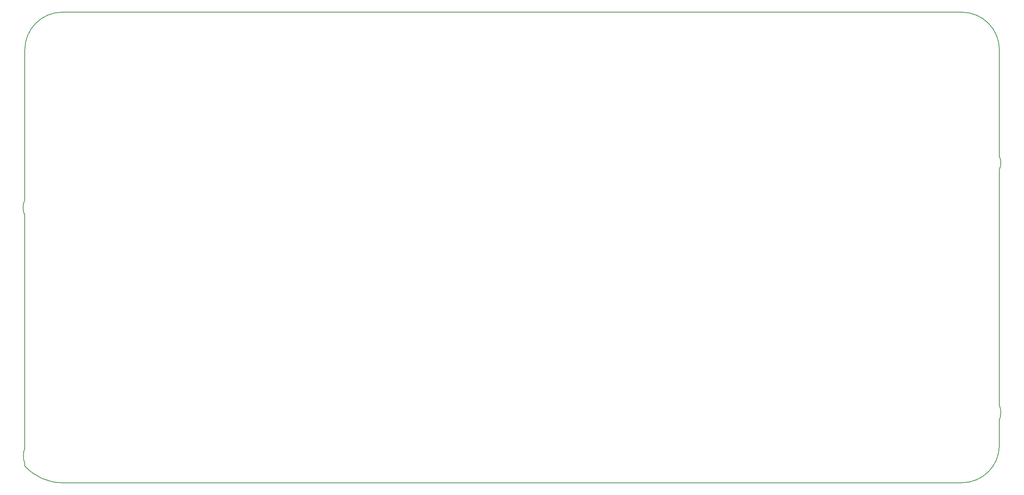
<source format=gbr>
%TF.GenerationSoftware,KiCad,Pcbnew,7.0.2*%
%TF.CreationDate,2023-10-29T18:34:14+01:00*%
%TF.ProjectId,0xcb-static-hs,30786362-2d73-4746-9174-69632d68732e,1.0*%
%TF.SameCoordinates,Original*%
%TF.FileFunction,Profile,NP*%
%FSLAX46Y46*%
G04 Gerber Fmt 4.6, Leading zero omitted, Abs format (unit mm)*
G04 Created by KiCad (PCBNEW 7.0.2) date 2023-10-29 18:34:14*
%MOMM*%
%LPD*%
G01*
G04 APERTURE LIST*
%TA.AperFunction,Profile*%
%ADD10C,0.200000*%
%TD*%
G04 APERTURE END LIST*
D10*
X263958926Y-48778572D02*
G75*
G03*
X255322926Y-40142574I-8636026J-28D01*
G01*
X263958926Y-76259662D02*
X263958926Y-130478501D01*
X48831498Y-40132000D02*
G75*
G03*
X40195500Y-48768000I2J-8636000D01*
G01*
X263958926Y-133903165D02*
X263958926Y-139689426D01*
X263958926Y-130478501D02*
X263958926Y-130478501D01*
X40198426Y-144472408D02*
G75*
G03*
X48842074Y-148325425I8629434J7736948D01*
G01*
X255322926Y-148325426D02*
X48842074Y-148325426D01*
X255322926Y-40142574D02*
X48831500Y-40132000D01*
X255322928Y-148325426D02*
G75*
G03*
X263958926Y-139689426I-28J8636026D01*
G01*
X263966675Y-76259675D02*
G75*
G03*
X263966650Y-73355076I-2838175J1452275D01*
G01*
X263958902Y-133903155D02*
G75*
G03*
X263958925Y-130478501I-4206302J1712355D01*
G01*
X40198296Y-140337438D02*
G75*
G03*
X40198408Y-143911748I4582124J-1787012D01*
G01*
X263958926Y-48778574D02*
X263958926Y-73355076D01*
X40196557Y-83296222D02*
G75*
G03*
X40196664Y-86848451I3549253J-1776008D01*
G01*
X40196555Y-83296221D02*
X40195500Y-48768000D01*
X40198424Y-144472409D02*
X40198407Y-143911748D01*
X40198298Y-140337439D02*
X40196664Y-86848451D01*
M02*

</source>
